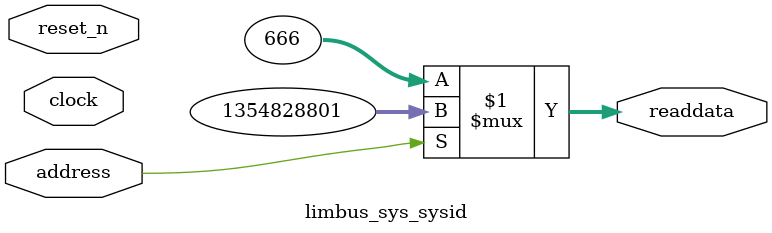
<source format=v>

`timescale 1ns / 1ps
// synthesis translate_on

// turn off superfluous verilog processor warnings 
// altera message_level Level1 
// altera message_off 10034 10035 10036 10037 10230 10240 10030 

module limbus_sys_sysid (
               // inputs:
                address,
                clock,
                reset_n,

               // outputs:
                readdata
             )
;

  output  [ 31: 0] readdata;
  input            address;
  input            clock;
  input            reset_n;

  wire    [ 31: 0] readdata;
  //control_slave, which is an e_avalon_slave
  assign readdata = address ? 1354828801 : 666;

endmodule




</source>
